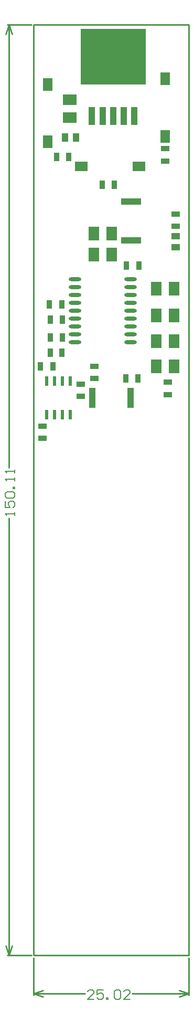
<source format=gtp>
%FSLAX43Y43*%
%MOMM*%
G71*
G01*
G75*
G04 Layer_Color=8421504*
%ADD10R,0.950X1.400*%
%ADD11R,1.600X2.100*%
%ADD12R,1.400X0.950*%
%ADD13R,2.250X1.800*%
%ADD14R,1.050X1.400*%
%ADD15R,2.100X1.600*%
%ADD16R,1.800X2.250*%
%ADD17R,1.800X2.250*%
%ADD18R,1.400X1.050*%
%ADD19R,1.050X3.300*%
%ADD20R,0.600X1.550*%
%ADD21R,10.600X9.000*%
%ADD22R,1.050X2.950*%
%ADD23R,3.300X1.050*%
%ADD24O,2.000X0.600*%
%ADD25R,0.900X1.400*%
%ADD26C,0.500*%
%ADD27C,1.500*%
%ADD28C,0.400*%
%ADD29C,0.800*%
%ADD30C,1.600*%
%ADD31C,1.200*%
%ADD32C,0.700*%
%ADD33C,1.000*%
%ADD34C,0.600*%
%ADD35C,0.300*%
%ADD36C,2.000*%
%ADD37C,3.000*%
%ADD38C,1.800*%
%ADD39R,5.000X8.175*%
%ADD40C,0.254*%
%ADD41C,0.152*%
%ADD42C,1.524*%
%ADD43R,1.524X1.524*%
%ADD44R,1.524X1.524*%
%ADD45C,2.032*%
%ADD46C,1.200*%
%ADD47O,1.600X2.300*%
%ADD48R,3.064X3.064*%
%ADD49C,0.250*%
%ADD50C,0.200*%
%ADD51C,0.305*%
G36*
X11527Y143262D02*
X10127D01*
Y144622D01*
X11527D01*
Y143262D01*
D02*
G37*
G36*
X9527D02*
X8127D01*
Y144622D01*
X9527D01*
Y143262D01*
D02*
G37*
G36*
X13527D02*
X12127D01*
Y144622D01*
X13527D01*
Y143262D01*
D02*
G37*
G36*
X17527D02*
X16127D01*
Y144622D01*
X17527D01*
Y143262D01*
D02*
G37*
G36*
X15527D02*
X14127D01*
Y144622D01*
X15527D01*
Y143262D01*
D02*
G37*
G36*
X11527Y141182D02*
X10127D01*
Y142542D01*
X11527D01*
Y141182D01*
D02*
G37*
G36*
X9527D02*
X8127D01*
Y142542D01*
X9527D01*
Y141182D01*
D02*
G37*
G36*
X13527D02*
X12127D01*
Y142542D01*
X13527D01*
Y141182D01*
D02*
G37*
G36*
X17527D02*
X16127D01*
Y142542D01*
X17527D01*
Y141182D01*
D02*
G37*
G36*
X15527D02*
X14127D01*
Y142542D01*
X15527D01*
Y141182D01*
D02*
G37*
G36*
X11527Y147422D02*
X10127D01*
Y148782D01*
X11527D01*
Y147422D01*
D02*
G37*
G36*
X9527D02*
X8127D01*
Y148782D01*
X9527D01*
Y147422D01*
D02*
G37*
G36*
X13527D02*
X12127D01*
Y148782D01*
X13527D01*
Y147422D01*
D02*
G37*
G36*
X17527D02*
X16127D01*
Y148782D01*
X17527D01*
Y147422D01*
D02*
G37*
G36*
X15527D02*
X14127D01*
Y148782D01*
X15527D01*
Y147422D01*
D02*
G37*
G36*
X11527Y145342D02*
X10127D01*
Y146702D01*
X11527D01*
Y145342D01*
D02*
G37*
G36*
X9527D02*
X8127D01*
Y146702D01*
X9527D01*
Y145342D01*
D02*
G37*
G36*
X13527D02*
X12127D01*
Y146702D01*
X13527D01*
Y145342D01*
D02*
G37*
G36*
X17527D02*
X16127D01*
Y146702D01*
X17527D01*
Y145342D01*
D02*
G37*
G36*
X15527D02*
X14127D01*
Y146702D01*
X15527D01*
Y145342D01*
D02*
G37*
D10*
X1100Y95025D02*
D03*
X3100D02*
D03*
X3699Y128778D02*
D03*
X5699D02*
D03*
X11065Y124333D02*
D03*
X13065D02*
D03*
X15002Y111252D02*
D03*
X17002D02*
D03*
X16875Y93091D02*
D03*
X14875D02*
D03*
X4556Y105029D02*
D03*
X2556D02*
D03*
D11*
X2286Y140540D02*
D03*
Y131240D02*
D03*
X21209Y141429D02*
D03*
Y132129D02*
D03*
D12*
Y130159D02*
D03*
Y128159D02*
D03*
X22900Y119625D02*
D03*
Y117625D02*
D03*
X21700Y90475D02*
D03*
Y92475D02*
D03*
X9779Y95075D02*
D03*
Y93075D02*
D03*
X7620Y92186D02*
D03*
Y90186D02*
D03*
X1450Y85400D02*
D03*
Y83400D02*
D03*
D13*
X5825Y138075D02*
D03*
Y135175D02*
D03*
D14*
X6869Y131953D02*
D03*
X5069D02*
D03*
D15*
X16969Y127254D02*
D03*
X7669D02*
D03*
D16*
X9742Y116459D02*
D03*
X12642D02*
D03*
D17*
Y113030D02*
D03*
X9742D02*
D03*
X19759Y107569D02*
D03*
X22659D02*
D03*
X19759Y103251D02*
D03*
X22659D02*
D03*
X19759Y99060D02*
D03*
X22659D02*
D03*
X19759Y94996D02*
D03*
X22659D02*
D03*
D18*
X22900Y116050D02*
D03*
Y114250D02*
D03*
D19*
X9473Y89916D02*
D03*
X15673D02*
D03*
D20*
X5955Y92650D02*
D03*
X4685D02*
D03*
X3415D02*
D03*
X2145D02*
D03*
X5955Y87250D02*
D03*
X4685D02*
D03*
X3415D02*
D03*
X2145D02*
D03*
D21*
X12827Y144982D02*
D03*
D22*
X16227Y135432D02*
D03*
X14527D02*
D03*
X12827D02*
D03*
X11127D02*
D03*
X9427D02*
D03*
D23*
X15748Y121591D02*
D03*
Y115391D02*
D03*
D24*
X15676Y98933D02*
D03*
Y100203D02*
D03*
Y101473D02*
D03*
Y102743D02*
D03*
Y104013D02*
D03*
Y105283D02*
D03*
Y106553D02*
D03*
Y107823D02*
D03*
Y109093D02*
D03*
X6676Y98933D02*
D03*
Y100203D02*
D03*
Y101473D02*
D03*
Y102743D02*
D03*
Y104013D02*
D03*
Y105283D02*
D03*
Y106553D02*
D03*
Y107823D02*
D03*
Y109093D02*
D03*
D25*
X2700Y97225D02*
D03*
X4600D02*
D03*
X2706Y102539D02*
D03*
X4606D02*
D03*
X2706Y99720D02*
D03*
X4606D02*
D03*
D40*
X-4254Y0D02*
X-381D01*
X-4254Y150114D02*
X-381D01*
X-4000Y0D02*
Y70562D01*
Y78739D02*
Y150114D01*
Y0D02*
X-3492Y1524D01*
X-4508D02*
X-4000Y0D01*
X-4508Y148590D02*
X-4000Y150114D01*
X-3492Y148590D01*
X25019Y-6379D02*
Y-381D01*
X0Y-6379D02*
Y-381D01*
X15937Y-6125D02*
X25019D01*
X0D02*
X8269D01*
X23495Y-5617D02*
X25019Y-6125D01*
X23495Y-6633D02*
X25019Y-6125D01*
X0D02*
X1524Y-6633D01*
X0Y-6125D02*
X1524Y-5617D01*
X0Y0D02*
X25019D01*
Y150114D01*
X0D02*
X25019D01*
X0Y0D02*
Y150114D01*
D41*
X-3086Y70969D02*
Y71477D01*
Y71223D01*
X-4609D01*
X-4355Y70969D01*
X-4609Y73254D02*
Y72238D01*
X-3848D01*
X-4102Y72746D01*
Y73000D01*
X-3848Y73254D01*
X-3340D01*
X-3086Y73000D01*
Y72492D01*
X-3340Y72238D01*
X-4355Y73762D02*
X-4609Y74016D01*
Y74524D01*
X-4355Y74778D01*
X-3340D01*
X-3086Y74524D01*
Y74016D01*
X-3340Y73762D01*
X-4355D01*
X-3086Y75285D02*
X-3340D01*
Y75539D01*
X-3086D01*
Y75285D01*
Y76555D02*
Y77063D01*
Y76809D01*
X-4609D01*
X-4355Y76555D01*
X-3086Y77825D02*
Y78332D01*
Y78078D01*
X-4609D01*
X-4355Y77825D01*
X9691Y-7039D02*
X8675D01*
X9691Y-6023D01*
Y-5770D01*
X9437Y-5516D01*
X8929D01*
X8675Y-5770D01*
X11214Y-5516D02*
X10199D01*
Y-6277D01*
X10707Y-6023D01*
X10960D01*
X11214Y-6277D01*
Y-6785D01*
X10960Y-7039D01*
X10453D01*
X10199Y-6785D01*
X11722Y-7039D02*
Y-6785D01*
X11976D01*
Y-7039D01*
X11722D01*
X12992Y-5770D02*
X13246Y-5516D01*
X13754D01*
X14007Y-5770D01*
Y-6785D01*
X13754Y-7039D01*
X13246D01*
X12992Y-6785D01*
Y-5770D01*
X15531Y-7039D02*
X14515D01*
X15531Y-6023D01*
Y-5770D01*
X15277Y-5516D01*
X14769D01*
X14515Y-5770D01*
M02*

</source>
